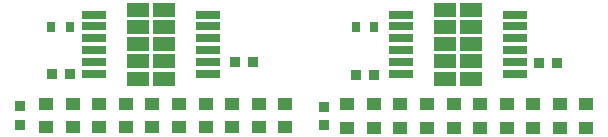
<source format=gbr>
%TF.GenerationSoftware,KiCad,Pcbnew,8.0.7*%
%TF.CreationDate,2024-12-26T23:24:23+03:00*%
%TF.ProjectId,uaefi,75616566-692e-46b6-9963-61645f706362,D*%
%TF.SameCoordinates,Original*%
%TF.FileFunction,Paste,Bot*%
%TF.FilePolarity,Positive*%
%FSLAX46Y46*%
G04 Gerber Fmt 4.6, Leading zero omitted, Abs format (unit mm)*
G04 Created by KiCad (PCBNEW 8.0.7) date 2024-12-26 23:24:23*
%MOMM*%
%LPD*%
G01*
G04 APERTURE LIST*
G04 Aperture macros list*
%AMRoundRect*
0 Rectangle with rounded corners*
0 $1 Rounding radius*
0 $2 $3 $4 $5 $6 $7 $8 $9 X,Y pos of 4 corners*
0 Add a 4 corners polygon primitive as box body*
4,1,4,$2,$3,$4,$5,$6,$7,$8,$9,$2,$3,0*
0 Add four circle primitives for the rounded corners*
1,1,$1+$1,$2,$3*
1,1,$1+$1,$4,$5*
1,1,$1+$1,$6,$7*
1,1,$1+$1,$8,$9*
0 Add four rect primitives between the rounded corners*
20,1,$1+$1,$2,$3,$4,$5,0*
20,1,$1+$1,$4,$5,$6,$7,0*
20,1,$1+$1,$6,$7,$8,$9,0*
20,1,$1+$1,$8,$9,$2,$3,0*%
G04 Aperture macros list end*
%ADD10RoundRect,0.100000X0.525000X-0.400000X0.525000X0.400000X-0.525000X0.400000X-0.525000X-0.400000X0*%
%ADD11RoundRect,0.070000X0.280000X0.390000X-0.280000X0.390000X-0.280000X-0.390000X0.280000X-0.390000X0*%
%ADD12RoundRect,0.085000X0.340000X0.340000X-0.340000X0.340000X-0.340000X-0.340000X0.340000X-0.340000X0*%
%ADD13R,1.950000X1.160000*%
%ADD14R,2.000000X0.650000*%
%ADD15RoundRect,0.085000X-0.340000X-0.340000X0.340000X-0.340000X0.340000X0.340000X-0.340000X0.340000X0*%
%ADD16RoundRect,0.085000X0.340000X-0.340000X0.340000X0.340000X-0.340000X0.340000X-0.340000X-0.340000X0*%
G04 APERTURE END LIST*
D10*
%TO.C,C14*%
X107500000Y-123500000D03*
X107500000Y-121500000D03*
%TD*%
%TO.C,C21*%
X91750000Y-123500000D03*
X91750000Y-121500000D03*
%TD*%
%TO.C,C22*%
X89500000Y-123500000D03*
X89500000Y-121500000D03*
%TD*%
D11*
%TO.C,R9*%
X115050000Y-115040000D03*
X113450000Y-115040000D03*
%TD*%
D10*
%TO.C,C6*%
X121750000Y-123540000D03*
X121750000Y-121540000D03*
%TD*%
%TO.C,C15*%
X105250000Y-123500000D03*
X105250000Y-121500000D03*
%TD*%
%TO.C,C20*%
X94000000Y-123500000D03*
X94000000Y-121500000D03*
%TD*%
%TO.C,C23*%
X87250000Y-123500000D03*
X87250000Y-121500000D03*
%TD*%
%TO.C,C4*%
X126250000Y-123540000D03*
X126250000Y-121540000D03*
%TD*%
%TO.C,C18*%
X98500000Y-123500000D03*
X98500000Y-121500000D03*
%TD*%
D12*
%TO.C,C25*%
X104790001Y-118000000D03*
X103209999Y-118000000D03*
%TD*%
D10*
%TO.C,C8*%
X117250000Y-123540000D03*
X117250000Y-121540000D03*
%TD*%
D13*
%TO.C,U1*%
X123250000Y-119380000D03*
X123250000Y-117920000D03*
X123250000Y-116460000D03*
X123250000Y-115000000D03*
X123250000Y-113540000D03*
X121000000Y-119380000D03*
X121000000Y-117920000D03*
X121000000Y-116460000D03*
X121000000Y-115000000D03*
X121000000Y-113540000D03*
D14*
X126925000Y-113960000D03*
X126925000Y-114960000D03*
X126925000Y-115960000D03*
X126925000Y-116960000D03*
X126925000Y-117960000D03*
X126925000Y-118960000D03*
X117325000Y-118960000D03*
X117325000Y-117960000D03*
X117325000Y-116960000D03*
X117325000Y-115960000D03*
X117325000Y-114960000D03*
X117325000Y-113960000D03*
%TD*%
D15*
%TO.C,C26*%
X87709999Y-119000000D03*
X89290001Y-119000000D03*
%TD*%
D10*
%TO.C,C9*%
X115000000Y-123540000D03*
X115000000Y-121540000D03*
%TD*%
%TO.C,C7*%
X119500000Y-123540000D03*
X119500000Y-121540000D03*
%TD*%
D16*
%TO.C,C11*%
X110750000Y-123330001D03*
X110750000Y-121749999D03*
%TD*%
D10*
%TO.C,C5*%
X124000000Y-123540000D03*
X124000000Y-121540000D03*
%TD*%
%TO.C,C17*%
X100750000Y-123500000D03*
X100750000Y-121500000D03*
%TD*%
D12*
%TO.C,C12*%
X130540001Y-118040000D03*
X128959999Y-118040000D03*
%TD*%
D13*
%TO.C,U2*%
X97250000Y-119380000D03*
X97250000Y-117920000D03*
X97250000Y-116460000D03*
X97250000Y-115000000D03*
X97250000Y-113540000D03*
X95000000Y-119380000D03*
X95000000Y-117920000D03*
X95000000Y-116460000D03*
X95000000Y-115000000D03*
X95000000Y-113540000D03*
D14*
X100925000Y-113960000D03*
X100925000Y-114960000D03*
X100925000Y-115960000D03*
X100925000Y-116960000D03*
X100925000Y-117960000D03*
X100925000Y-118960000D03*
X91325000Y-118960000D03*
X91325000Y-117960000D03*
X91325000Y-116960000D03*
X91325000Y-115960000D03*
X91325000Y-114960000D03*
X91325000Y-113960000D03*
%TD*%
D10*
%TO.C,C2*%
X130750000Y-123540000D03*
X130750000Y-121540000D03*
%TD*%
%TO.C,C10*%
X112750000Y-123540000D03*
X112750000Y-121540000D03*
%TD*%
%TO.C,C19*%
X96250000Y-123500000D03*
X96250000Y-121500000D03*
%TD*%
%TO.C,C16*%
X103000000Y-123500000D03*
X103000000Y-121500000D03*
%TD*%
%TO.C,C3*%
X128500000Y-123540000D03*
X128500000Y-121540000D03*
%TD*%
D11*
%TO.C,R14*%
X89300000Y-115000000D03*
X87700000Y-115000000D03*
%TD*%
D16*
%TO.C,C24*%
X85000000Y-123290001D03*
X85000000Y-121709999D03*
%TD*%
D15*
%TO.C,C13*%
X113459999Y-119040000D03*
X115040001Y-119040000D03*
%TD*%
D10*
%TO.C,C1*%
X133000000Y-123540000D03*
X133000000Y-121540000D03*
%TD*%
M02*

</source>
